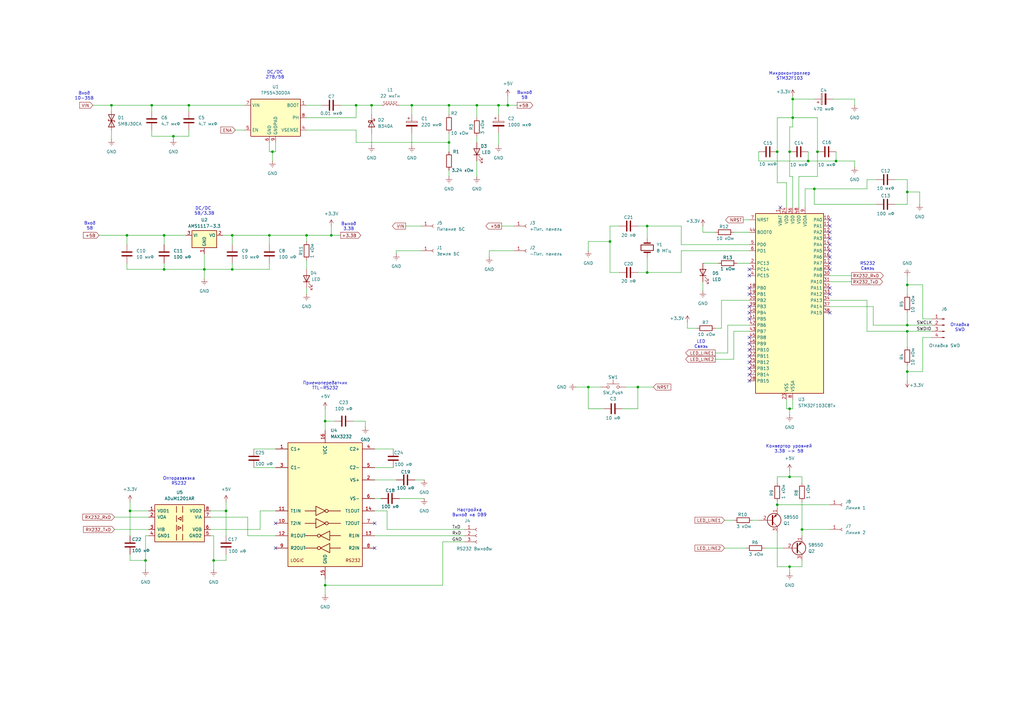
<source format=kicad_sch>
(kicad_sch (version 20231120) (generator "eeschema") (generator_version "8.0")
  (paper "A3")
  (junction (at 372.11 78.74))
  (junction (at 133.35 172.72))
  (junction (at 372.11 133.35))
  (junction (at 95.25 110.49))
  (junction (at 95.25 96.52))
  (junction (at 372.11 116.84))
  (junction (at 59.69 229.87))
  (junction (at 323.85 232.41))
  (junction (at 110.49 96.52))
  (junction (at 45.72 43.18))
  (junction (at 342.9 66.04))
  (junction (at 152.4 43.18))
  (junction (at 372.11 135.89))
  (junction (at 146.05 43.18))
  (junction (at 318.77 62.23))
  (junction (at 323.85 195.58))
  (junction (at 52.07 96.52))
  (junction (at 265.43 111.76))
  (junction (at 323.85 167.64))
  (junction (at 328.93 217.17))
  (junction (at 87.63 229.87))
  (junction (at 111.76 62.23))
  (junction (at 168.91 43.18))
  (junction (at 62.23 43.18))
  (junction (at 208.28 43.18))
  (junction (at 323.85 62.23))
  (junction (at 67.31 110.49))
  (junction (at 184.15 43.18))
  (junction (at 92.71 209.55))
  (junction (at 67.31 96.52))
  (junction (at 372.11 152.4))
  (junction (at 195.58 43.18))
  (junction (at 261.62 158.75))
  (junction (at 325.12 40.64))
  (junction (at 318.77 207.01))
  (junction (at 135.89 96.52))
  (junction (at 53.34 209.55))
  (junction (at 334.01 77.47))
  (junction (at 250.19 99.06))
  (junction (at 71.12 55.88))
  (junction (at 204.47 43.18))
  (junction (at 331.47 66.04))
  (junction (at 77.47 43.18))
  (junction (at 184.15 58.42))
  (junction (at 325.12 48.26))
  (junction (at 125.73 96.52))
  (junction (at 133.35 240.03))
  (junction (at 241.3 158.75))
  (junction (at 83.82 110.49))
  (junction (at 335.28 62.23))
  (junction (at 265.43 92.71))
  (no_connect (at 307.34 128.27))
  (no_connect (at 113.03 214.63))
  (no_connect (at 307.34 143.51))
  (no_connect (at 307.34 130.81))
  (no_connect (at 307.34 110.49))
  (no_connect (at 307.34 156.21))
  (no_connect (at 340.36 107.95))
  (no_connect (at 307.34 118.11))
  (no_connect (at 307.34 140.97))
  (no_connect (at 340.36 102.87))
  (no_connect (at 307.34 125.73))
  (no_connect (at 307.34 153.67))
  (no_connect (at 307.34 120.65))
  (no_connect (at 307.34 146.05))
  (no_connect (at 307.34 148.59))
  (no_connect (at 340.36 128.27))
  (no_connect (at 340.36 100.33))
  (no_connect (at 340.36 120.65))
  (no_connect (at 153.67 224.79))
  (no_connect (at 320.04 85.09))
  (no_connect (at 340.36 105.41))
  (no_connect (at 340.36 92.71))
  (no_connect (at 307.34 113.03))
  (no_connect (at 340.36 95.25))
  (no_connect (at 153.67 214.63))
  (no_connect (at 340.36 118.11))
  (no_connect (at 307.34 138.43))
  (no_connect (at 340.36 90.17))
  (no_connect (at 113.03 224.79))
  (no_connect (at 307.34 151.13))
  (no_connect (at 340.36 110.49))
  (no_connect (at 340.36 97.79))
  (wire (pts (xy 146.05 58.42) (xy 184.15 58.42)))
  (wire (pts (xy 325.12 39.37) (xy 325.12 40.64)))
  (wire (pts (xy 355.6 135.89) (xy 372.11 135.89)))
  (wire (pts (xy 52.07 110.49) (xy 67.31 110.49)))
  (wire (pts (xy 335.28 48.26) (xy 335.28 62.23)))
  (wire (pts (xy 95.25 110.49) (xy 83.82 110.49)))
  (wire (pts (xy 135.89 96.52) (xy 139.7 96.52)))
  (wire (pts (xy 149.86 172.72) (xy 149.86 175.26)))
  (wire (pts (xy 184.15 54.61) (xy 184.15 58.42)))
  (wire (pts (xy 170.18 196.85) (xy 173.99 196.85)))
  (wire (pts (xy 59.69 229.87) (xy 59.69 233.68)))
  (wire (pts (xy 330.2 77.47) (xy 334.01 77.47)))
  (wire (pts (xy 146.05 43.18) (xy 152.4 43.18)))
  (wire (pts (xy 328.93 217.17) (xy 340.36 217.17)))
  (wire (pts (xy 113.03 58.42) (xy 113.03 62.23)))
  (wire (pts (xy 67.31 110.49) (xy 83.82 110.49)))
  (wire (pts (xy 106.68 217.17) (xy 106.68 209.55)))
  (wire (pts (xy 111.76 62.23) (xy 111.76 66.04)))
  (wire (pts (xy 152.4 43.18) (xy 156.21 43.18)))
  (wire (pts (xy 71.12 55.88) (xy 77.47 55.88)))
  (wire (pts (xy 163.83 43.18) (xy 168.91 43.18)))
  (wire (pts (xy 168.91 43.18) (xy 184.15 43.18)))
  (wire (pts (xy 92.71 227.33) (xy 92.71 229.87)))
  (wire (pts (xy 288.29 95.25) (xy 288.29 92.71)))
  (wire (pts (xy 195.58 66.04) (xy 195.58 72.39)))
  (wire (pts (xy 135.89 92.71) (xy 135.89 96.52)))
  (wire (pts (xy 288.29 107.95) (xy 294.64 107.95)))
  (wire (pts (xy 318.77 198.12) (xy 318.77 195.58)))
  (wire (pts (xy 86.36 209.55) (xy 92.71 209.55)))
  (wire (pts (xy 246.38 158.75) (xy 241.3 158.75)))
  (wire (pts (xy 340.36 123.19) (xy 355.6 123.19)))
  (wire (pts (xy 77.47 43.18) (xy 77.47 45.72)))
  (wire (pts (xy 311.15 62.23) (xy 311.15 66.04)))
  (wire (pts (xy 325.12 40.64) (xy 334.01 40.64)))
  (wire (pts (xy 152.4 54.61) (xy 152.4 59.69)))
  (wire (pts (xy 46.99 212.09) (xy 60.96 212.09)))
  (wire (pts (xy 358.14 133.35) (xy 372.11 133.35)))
  (wire (pts (xy 372.11 73.66) (xy 372.11 78.74)))
  (wire (pts (xy 378.46 152.4) (xy 372.11 152.4)))
  (wire (pts (xy 241.3 99.06) (xy 250.19 99.06)))
  (wire (pts (xy 372.11 78.74) (xy 377.19 78.74)))
  (wire (pts (xy 307.34 95.25) (xy 300.99 95.25)))
  (wire (pts (xy 195.58 55.88) (xy 195.58 58.42)))
  (wire (pts (xy 318.77 207.01) (xy 340.36 207.01)))
  (wire (pts (xy 133.35 167.64) (xy 133.35 172.72)))
  (wire (pts (xy 62.23 55.88) (xy 71.12 55.88)))
  (wire (pts (xy 265.43 111.76) (xy 265.43 105.41)))
  (wire (pts (xy 86.36 219.71) (xy 87.63 219.71)))
  (wire (pts (xy 45.72 43.18) (xy 45.72 45.72)))
  (wire (pts (xy 307.34 100.33) (xy 279.4 100.33)))
  (wire (pts (xy 166.37 92.71) (xy 172.72 92.71)))
  (wire (pts (xy 355.6 73.66) (xy 355.6 77.47)))
  (wire (pts (xy 298.45 133.35) (xy 298.45 144.78)))
  (wire (pts (xy 331.47 66.04) (xy 342.9 66.04)))
  (wire (pts (xy 101.6 212.09) (xy 86.36 212.09)))
  (wire (pts (xy 279.4 102.87) (xy 279.4 111.76)))
  (wire (pts (xy 110.49 96.52) (xy 125.73 96.52)))
  (wire (pts (xy 318.77 195.58) (xy 323.85 195.58)))
  (wire (pts (xy 158.75 217.17) (xy 190.5 217.17)))
  (wire (pts (xy 372.11 152.4) (xy 372.11 156.21)))
  (wire (pts (xy 325.12 48.26) (xy 335.28 48.26)))
  (wire (pts (xy 367.03 73.66) (xy 372.11 73.66)))
  (wire (pts (xy 38.1 43.18) (xy 45.72 43.18)))
  (wire (pts (xy 152.4 43.18) (xy 152.4 46.99)))
  (wire (pts (xy 323.85 195.58) (xy 328.93 195.58)))
  (wire (pts (xy 340.36 113.03) (xy 349.25 113.03)))
  (wire (pts (xy 308.61 213.36) (xy 311.15 213.36)))
  (wire (pts (xy 318.77 218.44) (xy 318.77 232.41)))
  (wire (pts (xy 92.71 209.55) (xy 92.71 205.74)))
  (wire (pts (xy 372.11 133.35) (xy 382.27 133.35)))
  (wire (pts (xy 297.18 224.79) (xy 306.07 224.79)))
  (wire (pts (xy 168.91 54.61) (xy 168.91 59.69)))
  (wire (pts (xy 59.69 219.71) (xy 59.69 229.87)))
  (wire (pts (xy 325.12 167.64) (xy 323.85 167.64)))
  (wire (pts (xy 295.91 123.19) (xy 295.91 134.62)))
  (wire (pts (xy 323.85 232.41) (xy 328.93 232.41)))
  (wire (pts (xy 172.72 102.87) (xy 162.56 102.87)))
  (wire (pts (xy 342.9 62.23) (xy 342.9 66.04)))
  (wire (pts (xy 304.8 90.17) (xy 307.34 90.17)))
  (wire (pts (xy 204.47 43.18) (xy 204.47 46.99)))
  (wire (pts (xy 53.34 227.33) (xy 53.34 229.87)))
  (wire (pts (xy 110.49 58.42) (xy 110.49 62.23)))
  (wire (pts (xy 372.11 149.86) (xy 372.11 152.4)))
  (wire (pts (xy 372.11 78.74) (xy 372.11 83.82)))
  (wire (pts (xy 372.11 116.84) (xy 372.11 120.65)))
  (wire (pts (xy 261.62 158.75) (xy 267.97 158.75)))
  (wire (pts (xy 300.99 147.32) (xy 293.37 147.32)))
  (wire (pts (xy 250.19 92.71) (xy 254 92.71)))
  (wire (pts (xy 318.77 207.01) (xy 318.77 208.28)))
  (wire (pts (xy 261.62 111.76) (xy 265.43 111.76)))
  (wire (pts (xy 133.35 240.03) (xy 133.35 243.84)))
  (wire (pts (xy 87.63 219.71) (xy 87.63 229.87)))
  (wire (pts (xy 325.12 48.26) (xy 318.77 48.26)))
  (wire (pts (xy 279.4 100.33) (xy 279.4 92.71)))
  (wire (pts (xy 331.47 62.23) (xy 331.47 66.04)))
  (wire (pts (xy 328.93 195.58) (xy 328.93 198.12)))
  (wire (pts (xy 77.47 55.88) (xy 77.47 53.34)))
  (wire (pts (xy 52.07 96.52) (xy 67.31 96.52)))
  (wire (pts (xy 153.67 196.85) (xy 162.56 196.85)))
  (wire (pts (xy 195.58 43.18) (xy 195.58 48.26)))
  (wire (pts (xy 67.31 96.52) (xy 67.31 100.33)))
  (wire (pts (xy 297.18 213.36) (xy 300.99 213.36)))
  (wire (pts (xy 313.69 224.79) (xy 321.31 224.79)))
  (wire (pts (xy 325.12 85.09) (xy 325.12 72.39)))
  (wire (pts (xy 86.36 217.17) (xy 106.68 217.17)))
  (wire (pts (xy 318.77 74.93) (xy 318.77 62.23)))
  (wire (pts (xy 358.14 125.73) (xy 358.14 133.35)))
  (wire (pts (xy 204.47 43.18) (xy 208.28 43.18)))
  (wire (pts (xy 322.58 74.93) (xy 318.77 74.93)))
  (wire (pts (xy 377.19 83.82) (xy 377.19 78.74)))
  (wire (pts (xy 125.73 43.18) (xy 132.08 43.18)))
  (wire (pts (xy 46.99 217.17) (xy 60.96 217.17)))
  (wire (pts (xy 328.93 205.74) (xy 328.93 217.17)))
  (wire (pts (xy 139.7 43.18) (xy 146.05 43.18)))
  (wire (pts (xy 307.34 133.35) (xy 298.45 133.35)))
  (wire (pts (xy 293.37 144.78) (xy 298.45 144.78)))
  (wire (pts (xy 241.3 102.87) (xy 241.3 99.06)))
  (wire (pts (xy 241.3 158.75) (xy 241.3 167.64)))
  (wire (pts (xy 146.05 43.18) (xy 146.05 48.26)))
  (wire (pts (xy 256.54 158.75) (xy 261.62 158.75)))
  (wire (pts (xy 149.86 172.72) (xy 144.78 172.72)))
  (wire (pts (xy 153.67 204.47) (xy 156.21 204.47)))
  (wire (pts (xy 71.12 55.88) (xy 71.12 57.15)))
  (wire (pts (xy 372.11 135.89) (xy 382.27 135.89)))
  (wire (pts (xy 158.75 209.55) (xy 153.67 209.55)))
  (wire (pts (xy 254 111.76) (xy 250.19 111.76)))
  (wire (pts (xy 195.58 43.18) (xy 204.47 43.18)))
  (wire (pts (xy 168.91 43.18) (xy 168.91 46.99)))
  (wire (pts (xy 318.77 48.26) (xy 318.77 62.23)))
  (wire (pts (xy 307.34 102.87) (xy 279.4 102.87)))
  (wire (pts (xy 153.67 219.71) (xy 190.5 219.71)))
  (wire (pts (xy 295.91 134.62) (xy 293.37 134.62)))
  (wire (pts (xy 83.82 104.14) (xy 83.82 110.49)))
  (wire (pts (xy 184.15 69.85) (xy 184.15 72.39)))
  (wire (pts (xy 162.56 102.87) (xy 162.56 104.14)))
  (wire (pts (xy 318.77 205.74) (xy 318.77 207.01)))
  (wire (pts (xy 125.73 96.52) (xy 125.73 99.06)))
  (wire (pts (xy 311.15 66.04) (xy 331.47 66.04)))
  (wire (pts (xy 325.12 163.83) (xy 325.12 167.64)))
  (wire (pts (xy 359.41 73.66) (xy 355.6 73.66)))
  (wire (pts (xy 45.72 53.34) (xy 45.72 57.15)))
  (wire (pts (xy 261.62 158.75) (xy 261.62 167.64)))
  (wire (pts (xy 325.12 48.26) (xy 325.12 52.07)))
  (wire (pts (xy 327.66 72.39) (xy 335.28 72.39)))
  (wire (pts (xy 95.25 96.52) (xy 95.25 100.33)))
  (wire (pts (xy 323.85 193.04) (xy 323.85 195.58)))
  (wire (pts (xy 87.63 229.87) (xy 87.63 233.68)))
  (wire (pts (xy 378.46 138.43) (xy 378.46 152.4)))
  (wire (pts (xy 265.43 92.71) (xy 265.43 97.79)))
  (wire (pts (xy 110.49 110.49) (xy 95.25 110.49)))
  (wire (pts (xy 279.4 111.76) (xy 265.43 111.76)))
  (wire (pts (xy 359.41 83.82) (xy 334.01 83.82)))
  (wire (pts (xy 340.36 125.73) (xy 358.14 125.73)))
  (wire (pts (xy 53.34 209.55) (xy 53.34 219.71)))
  (wire (pts (xy 91.44 96.52) (xy 95.25 96.52)))
  (wire (pts (xy 378.46 130.81) (xy 378.46 116.84)))
  (wire (pts (xy 285.75 134.62) (xy 281.94 134.62)))
  (wire (pts (xy 372.11 113.03) (xy 372.11 116.84)))
  (wire (pts (xy 92.71 229.87) (xy 87.63 229.87)))
  (wire (pts (xy 173.99 204.47) (xy 163.83 204.47)))
  (wire (pts (xy 77.47 43.18) (xy 100.33 43.18)))
  (wire (pts (xy 334.01 83.82) (xy 334.01 77.47)))
  (wire (pts (xy 307.34 135.89) (xy 300.99 135.89)))
  (wire (pts (xy 104.14 184.15) (xy 113.03 184.15)))
  (wire (pts (xy 153.67 184.15) (xy 161.29 184.15)))
  (wire (pts (xy 153.67 191.77) (xy 161.29 191.77)))
  (wire (pts (xy 125.73 53.34) (xy 146.05 53.34)))
  (wire (pts (xy 372.11 135.89) (xy 372.11 142.24)))
  (wire (pts (xy 158.75 217.17) (xy 158.75 209.55)))
  (wire (pts (xy 92.71 209.55) (xy 92.71 219.71)))
  (wire (pts (xy 96.52 53.34) (xy 100.33 53.34)))
  (wire (pts (xy 355.6 77.47) (xy 334.01 77.47)))
  (wire (pts (xy 113.03 62.23) (xy 111.76 62.23)))
  (wire (pts (xy 67.31 107.95) (xy 67.31 110.49)))
  (wire (pts (xy 53.34 229.87) (xy 59.69 229.87)))
  (wire (pts (xy 261.62 167.64) (xy 255.27 167.64)))
  (wire (pts (xy 52.07 96.52) (xy 52.07 100.33)))
  (wire (pts (xy 250.19 111.76) (xy 250.19 99.06)))
  (wire (pts (xy 62.23 43.18) (xy 62.23 45.72)))
  (wire (pts (xy 62.23 43.18) (xy 77.47 43.18)))
  (wire (pts (xy 279.4 92.71) (xy 265.43 92.71)))
  (wire (pts (xy 200.66 102.87) (xy 200.66 105.41)))
  (wire (pts (xy 322.58 85.09) (xy 322.58 74.93)))
  (wire (pts (xy 125.73 106.68) (xy 125.73 110.49)))
  (wire (pts (xy 355.6 123.19) (xy 355.6 135.89)))
  (wire (pts (xy 307.34 123.19) (xy 295.91 123.19)))
  (wire (pts (xy 184.15 43.18) (xy 195.58 43.18)))
  (wire (pts (xy 210.82 102.87) (xy 200.66 102.87)))
  (wire (pts (xy 335.28 72.39) (xy 335.28 62.23)))
  (wire (pts (xy 372.11 83.82) (xy 367.03 83.82)))
  (wire (pts (xy 133.35 240.03) (xy 181.61 240.03)))
  (wire (pts (xy 53.34 209.55) (xy 53.34 205.74)))
  (wire (pts (xy 133.35 172.72) (xy 133.35 176.53)))
  (wire (pts (xy 250.19 99.06) (xy 250.19 92.71)))
  (wire (pts (xy 325.12 40.64) (xy 325.12 48.26)))
  (wire (pts (xy 205.74 92.71) (xy 210.82 92.71)))
  (wire (pts (xy 146.05 53.34) (xy 146.05 58.42)))
  (wire (pts (xy 323.85 167.64) (xy 323.85 170.18)))
  (wire (pts (xy 288.29 115.57) (xy 288.29 119.38)))
  (wire (pts (xy 340.36 115.57) (xy 349.25 115.57)))
  (wire (pts (xy 62.23 53.34) (xy 62.23 55.88)))
  (wire (pts (xy 318.77 232.41) (xy 323.85 232.41)))
  (wire (pts (xy 323.85 232.41) (xy 323.85 234.95)))
  (wire (pts (xy 184.15 58.42) (xy 184.15 62.23)))
  (wire (pts (xy 181.61 222.25) (xy 190.5 222.25)))
  (wire (pts (xy 322.58 167.64) (xy 323.85 167.64)))
  (wire (pts (xy 341.63 40.64) (xy 350.52 40.64)))
  (wire (pts (xy 325.12 72.39) (xy 323.85 72.39)))
  (wire (pts (xy 382.27 130.81) (xy 378.46 130.81)))
  (wire (pts (xy 323.85 52.07) (xy 323.85 62.23)))
  (wire (pts (xy 281.94 134.62) (xy 281.94 132.08)))
  (wire (pts (xy 52.07 107.95) (xy 52.07 110.49)))
  (wire (pts (xy 328.93 217.17) (xy 328.93 219.71)))
  (wire (pts (xy 133.35 172.72) (xy 137.16 172.72)))
  (wire (pts (xy 300.99 135.89) (xy 300.99 147.32)))
  (wire (pts (xy 125.73 96.52) (xy 135.89 96.52)))
  (wire (pts (xy 372.11 128.27) (xy 372.11 133.35)))
  (wire (pts (xy 110.49 107.95) (xy 110.49 110.49)))
  (wire (pts (xy 113.03 219.71) (xy 101.6 219.71)))
  (wire (pts (xy 382.27 138.43) (xy 378.46 138.43)))
  (wire (pts (xy 184.15 43.18) (xy 184.15 46.99)))
  (wire (pts (xy 40.64 96.52) (xy 52.07 96.52)))
  (wire (pts (xy 330.2 85.09) (xy 330.2 77.47)))
  (wire (pts (xy 101.6 219.71) (xy 101.6 212.09)))
  (wire (pts (xy 342.9 66.04) (xy 350.52 66.04)))
  (wire (pts (xy 95.25 96.52) (xy 110.49 96.52)))
  (wire (pts (xy 328.93 232.41) (xy 328.93 229.87)))
  (wire (pts (xy 83.82 110.49) (xy 83.82 114.3)))
  (wire (pts (xy 350.52 40.64) (xy 350.52 43.18)))
  (wire (pts (xy 322.58 163.83) (xy 322.58 167.64)))
  (wire (pts (xy 95.25 107.95) (xy 95.25 110.49)))
  (wire (pts (xy 111.76 62.23) (xy 110.49 62.23)))
  (wire (pts (xy 181.61 240.03) (xy 181.61 222.25)))
  (wire (pts (xy 125.73 48.26) (xy 146.05 48.26)))
  (wire (pts (xy 110.49 96.52) (xy 110.49 100.33)))
  (wire (pts (xy 236.22 158.75) (xy 241.3 158.75)))
  (wire (pts (xy 372.11 116.84) (xy 378.46 116.84)))
  (wire (pts (xy 60.96 209.55) (xy 53.34 209.55)))
  (wire (pts (xy 67.31 96.52) (xy 76.2 96.52)))
  (wire (pts (xy 241.3 167.64) (xy 247.65 167.64)))
  (wire (pts (xy 327.66 85.09) (xy 327.66 72.39)))
  (wire (pts (xy 106.68 209.55) (xy 113.03 209.55)))
  (wire (pts (xy 60.96 219.71) (xy 59.69 219.71)))
  (wire (pts (xy 45.72 43.18) (xy 62.23 43.18)))
  (wire (pts (xy 302.26 107.95) (xy 307.34 107.95)))
  (wire (pts (xy 133.35 237.49) (xy 133.35 240.03)))
  (wire (pts (xy 125.73 118.11) (xy 125.73 120.65)))
  (wire (pts (xy 204.47 54.61) (xy 204.47 59.69)))
  (wire (pts (xy 350.52 66.04) (xy 350.52 68.58)))
  (wire (pts (xy 104.14 191.77) (xy 113.03 191.77)))
  (wire (pts (xy 261.62 92.71) (xy 265.43 92.71)))
  (wire (pts (xy 323.85 72.39) (xy 323.85 62.23)))
  (wire (pts (xy 325.12 52.07) (xy 323.85 52.07)))
  (wire (pts (xy 208.28 39.37) (xy 208.28 43.18)))
  (wire (pts (xy 208.28 43.18) (xy 212.09 43.18)))
  (wire (pts (xy 288.29 95.25) (xy 293.37 95.25)))
  (text "Вход\n5В" (at 36.83 92.71 0) (effects (font (size 1.27 1.27))))
  (text "Отладка\nSWD" (at 393.7 134.366 0) (effects (font (size 1.27 1.27))))
  (text "Вход\n10-35В" (at 34.544 39.37 0) (effects (font (size 1.27 1.27))))
  (text "Выход\n5В" (at 215.138 39.116 0) (effects (font (size 1.27 1.27))))
  (text "Микроконтроллер\nSTM32F103" (at 323.85 31.242 0) (effects (font (size 1.27 1.27))))
  (text "Опторазвязка\nRS232" (at 73.406 197.358 0) (effects (font (size 1.27 1.27))))
  (text "Выход\n3.3В" (at 143.002 92.964 0) (effects (font (size 1.27 1.27))))
  (text "Конвертор уровней\n3.3В -> 5В" (at 323.596 184.15 0) (effects (font (size 1.27 1.27))))
  (text "DC/DC \n5В/3.3В" (at 83.82 86.614 0) (effects (font (size 1.27 1.27))))
  (text "DC/DC\n27В/5В" (at 112.776 30.734 0) (effects (font (size 1.27 1.27))))
  (text "LED\nСвязь" (at 287.528 141.224 0) (effects (font (size 1.27 1.27))))
  (text "Настройка\nВыход на DB9\n" (at 192.532 210.312 0) (effects (font (size 1.27 1.27))))
  (text "RS232\nСвязь" (at 355.854 109.22 0) (effects (font (size 1.27 1.27))))
  (text "Приемопередатчик\nTTL-RS232" (at 133.35 158.242 0) (effects (font (size 1.27 1.27))))
  (label "RxD" (at 185.42 219.71 0))
  (label "GND" (at 185.42 222.25 0))
  (label "SWDIO" (at 375.92 135.89 0))
  (label "TxD" (at 185.42 217.17 0))
  (label "SWCLK" (at 375.92 133.35 0))
  (global_label "ENA" (shape input) (at 96.52 53.34 180) (property "Intersheetrefs" "${INTERSHEET_REFS}" (effects (hide yes))))
  (global_label "RX232_TxD" (shape output) (at 349.25 115.57 0) (property "Intersheetrefs" "${INTERSHEET_REFS}" (effects (hide yes))))
  (global_label "RX232_RxD" (shape output) (at 349.25 113.03 0) (property "Intersheetrefs" "${INTERSHEET_REFS}" (effects (hide yes))))
  (global_label "LED_LINE1" (shape input) (at 297.18 213.36 180) (property "Intersheetrefs" "${INTERSHEET_REFS}" (effects (hide yes))))
  (global_label "+5В" (shape input) (at 40.64 96.52 180) (property "Intersheetrefs" "${INTERSHEET_REFS}" (effects (hide yes))))
  (global_label "NRST" (shape input) (at 267.97 158.75 0) (property "Intersheetrefs" "${INTERSHEET_REFS}" (effects (hide yes))))
  (global_label "RX232_RxD" (shape input) (at 46.99 212.09 180) (property "Intersheetrefs" "${INTERSHEET_REFS}" (effects (hide yes))))
  (global_label "+5В" (shape output) (at 212.09 43.18 0) (property "Intersheetrefs" "${INTERSHEET_REFS}" (effects (hide yes))))
  (global_label "VIN" (shape input) (at 38.1 43.18 180) (property "Intersheetrefs" "${INTERSHEET_REFS}" (effects (hide yes))))
  (global_label "LED_LINE2" (shape input) (at 297.18 224.79 180) (property "Intersheetrefs" "${INTERSHEET_REFS}" (effects (hide yes))))
  (global_label "LED_LINE2" (shape output) (at 293.37 147.32 180) (property "Intersheetrefs" "${INTERSHEET_REFS}" (effects (hide yes))))
  (global_label "VIN" (shape output) (at 166.37 92.71 180) (property "Intersheetrefs" "${INTERSHEET_REFS}" (effects (hide yes))))
  (global_label "RX232_TxD" (shape input) (at 46.99 217.17 180) (property "Intersheetrefs" "${INTERSHEET_REFS}" (effects (hide yes))))
  (global_label "+5В" (shape output) (at 205.74 92.71 180) (property "Intersheetrefs" "${INTERSHEET_REFS}" (effects (hide yes))))
  (global_label "LED_LINE1" (shape output) (at 293.37 144.78 180) (property "Intersheetrefs" "${INTERSHEET_REFS}" (effects (hide yes))))
  (global_label "+3.3В" (shape output) (at 139.7 96.52 0) (property "Intersheetrefs" "${INTERSHEET_REFS}" (effects (hide yes))))
  (global_label "NRST" (shape output) (at 304.8 90.17 180) (property "Intersheetrefs" "${INTERSHEET_REFS}" (effects (hide yes))))
  (symbol (lib_id "Device:C_Polarized") (at 168.91 50.8 0) (unit 1)
    (property "Reference" "C1" (at 172.72 48.6409 0) (effects (justify left)))
    (property "Value" "220 мкФ" (at 172.72 51.1809 0) (effects (justify left)))
    (property "Footprint" "Capacitor_SMD:C_0603_1608Metric" (effects (hide yes)))
    (property "Description" "Polarized capacitor" (effects (hide yes)))
  )
  (symbol (lib_id "power:GNDREF") (at 323.85 234.95 0) (unit 1)
    (property "Reference" "#PWR033" (effects (hide yes)))
    (property "Value" "GND" (at 323.85 240.03 0))
    (property "Description" "Power symbol creates a global label with name \"GNDREF\" , reference supply ground" (effects (hide yes)))
  )
  (symbol (lib_id "power:GNDREF") (at 168.91 59.69 0) (unit 1)
    (property "Reference" "#PWR08" (effects (hide yes)))
    (property "Value" "GND" (at 168.91 64.77 0))
    (property "Description" "Power symbol creates a global label with name \"GNDREF\" , reference supply ground" (effects (hide yes)))
  )
  (symbol (lib_id "Device:R") (at 289.56 134.62 90) (unit 1)
    (property "Reference" "R7" (at 289.306 132.334 90))
    (property "Value" "10 кОм" (at 289.814 137.16 90))
    (property "Footprint" "Resistor_SMD:R_0603_1608Metric" (effects (hide yes)))
    (property "Description" "Resistor" (effects (hide yes)))
  )
  (symbol (lib_id "Device:C") (at 339.09 62.23 90) (unit 1)
    (property "Reference" "C16" (at 339.09 58.42 90))
    (property "Value" "10 мкФ" (at 339.09 67.564 90))
    (property "Footprint" "Capacitor_SMD:C_0603_1608Metric" (effects (hide yes)))
    (property "Description" "Unpolarized capacitor" (effects (hide yes)))
  )
  (symbol (lib_id "Isolator:ADuM1201AR") (at 73.66 214.63 0) (unit 1)
    (property "Reference" "U5" (at 73.66 201.93 0))
    (property "Value" "ADuM1201AR" (at 73.66 204.47 0))
    (property "Footprint" "Package_SO:SOIC-8_3.9x4.9mm_P1.27mm" (effects (hide yes)))
    (property "Datasheet" "https://www.analog.com/media/en/technical-documentation/data-sheets/ADuM1200_1201.pdf" (effects (hide yes)))
    (property "Description" "Dual-channel digital isolator, bidirectional communication, 3V/5V level translation, SOIC-8" (effects (hide yes)))
  )
  (symbol (lib_id "Device:C_Polarized") (at 204.47 50.8 0) (unit 1)
    (property "Reference" "C2" (at 208.28 48.6409 0) (effects (justify left)))
    (property "Value" "1000 мкФ" (at 208.28 51.1809 0) (effects (justify left)))
    (property "Footprint" "Capacitor_SMD:CP_Elec_10x10.5" (effects (hide yes)))
    (property "Description" "Polarized capacitor" (effects (hide yes)))
  )
  (symbol (lib_id "power:GNDREF") (at 350.52 43.18 0) (unit 1)
    (property "Reference" "#PWR02" (effects (hide yes)))
    (property "Value" "GND" (at 350.52 48.26 0))
    (property "Description" "Power symbol creates a global label with name \"GNDREF\" , reference supply ground" (effects (hide yes)))
  )
  (symbol (lib_id "power:GNDREF") (at 162.56 104.14 0) (unit 1)
    (property "Reference" "#PWR034" (effects (hide yes)))
    (property "Value" "GND" (at 162.56 109.22 0))
    (property "Description" "Power symbol creates a global label with name \"GNDREF\" , reference supply ground" (effects (hide yes)))
  )
  (symbol (lib_id "Device:C") (at 257.81 111.76 90) (unit 1)
    (property "Reference" "C20" (at 257.81 108.204 90))
    (property "Value" "20 пФ" (at 257.81 115.316 90))
    (property "Footprint" "Capacitor_SMD:C_0603_1608Metric" (effects (hide yes)))
    (property "Description" "Unpolarized capacitor" (effects (hide yes)))
  )
  (symbol (lib_id "Device:R") (at 195.58 52.07 180) (unit 1)
    (property "Reference" "R3" (at 193.294 52.07 90))
    (property "Value" "3 кОм" (at 197.866 52.07 90))
    (property "Footprint" "Resistor_SMD:R_0603_1608Metric" (effects (hide yes)))
    (property "Description" "Resistor" (effects (hide yes)))
  )
  (symbol (lib_id "Device:C") (at 257.81 92.71 90) (unit 1)
    (property "Reference" "C21" (at 257.81 89.154 90))
    (property "Value" "20 пФ" (at 257.81 96.52 90))
    (property "Footprint" "Capacitor_SMD:C_0603_1608Metric" (effects (hide yes)))
    (property "Description" "Unpolarized capacitor" (effects (hide yes)))
  )
  (symbol (lib_id "power:+3.3V") (at 325.12 39.37 0) (unit 1)
    (property "Reference" "#PWR01" (effects (hide yes)))
    (property "Value" "+3.3V" (at 321.31 37.592 0))
    (property "Description" "Power symbol creates a global label with name \"+3.3V\"" (effects (hide yes)))
  )
  (symbol (lib_id "power:GNDREF") (at 173.99 204.47 0) (unit 1)
    (property "Reference" "#PWR027" (effects (hide yes)))
    (property "Value" "GND" (at 173.99 209.55 0))
    (property "Description" "Power symbol creates a global label with name \"GNDREF\" , reference supply ground" (effects (hide yes)))
  )
  (symbol (lib_id "power:GNDREF") (at 111.76 66.04 0) (unit 1)
    (property "Reference" "#PWR011" (effects (hide yes)))
    (property "Value" "GND" (at 111.76 71.12 0))
    (property "Description" "Power symbol creates a global label with name \"GNDREF\" , reference supply ground" (effects (hide yes)))
  )
  (symbol (lib_id "Device:R") (at 125.73 102.87 180) (unit 1)
    (property "Reference" "R11" (at 123.444 102.87 90))
    (property "Value" "1 кОм" (at 128.016 102.87 90))
    (property "Footprint" "Resistor_SMD:R_0603_1608Metric" (effects (hide yes)))
    (property "Description" "Resistor" (effects (hide yes)))
  )
  (symbol (lib_id "power:GNDREF") (at 200.66 105.41 0) (unit 1)
    (property "Reference" "#PWR035" (effects (hide yes)))
    (property "Value" "GND" (at 200.66 110.49 0))
    (property "Description" "Power symbol creates a global label with name \"GNDREF\" , reference supply ground" (effects (hide yes)))
  )
  (symbol (lib_id "Connector:Conn_01x04_Pin") (at 387.35 133.35 0) (mirror y) (unit 1)
    (property "Reference" "J6" (at 386.08 126.746 0) (effects (justify right)))
    (property "Value" "Отладка SWD" (at 381 141.732 0) (effects (justify right)))
    (property "Footprint" "Connector_PinHeader_2.54mm:PinHeader_1x04_P2.54mm_Vertical" (effects (hide yes)))
    (property "Description" "Generic connector, single row, 01x04, script generated" (effects (hide yes)))
  )
  (symbol (lib_id "Device:L_Ferrite") (at 160.02 43.18 90) (unit 1)
    (property "Reference" "L1" (at 160.02 36.83 90))
    (property "Value" "22 мкГн" (at 160.02 39.37 90))
    (property "Footprint" "Inductor_SMD:L_Bourns_SRR1260" (effects (hide yes)))
    (property "Description" "Inductor with ferrite core" (effects (hide yes)))
  )
  (symbol (lib_id "Transistor_BJT:S8550") (at 326.39 224.79 0) (mirror x) (unit 1)
    (property "Reference" "Q2" (at 331.47 226.0601 0) (effects (justify left)))
    (property "Value" "S8550" (at 331.47 223.5201 0) (effects (justify left)))
    (property "Footprint" "Package_TO_SOT_SMD:SOT-23" (effects (hide yes)))
    (property "Datasheet" "http://www.unisonic.com.tw/datasheet/S8550.pdf" (effects (hide yes)))
    (property "Description" "0.7A Ic, 20V Vce, Low Voltage High Current PNP Transistor, TO-92" (effects (hide yes)))
  )
  (symbol (lib_id "power:GNDREF") (at 372.11 113.03 180) (unit 1)
    (property "Reference" "#PWR039" (effects (hide yes)))
    (property "Value" "GND" (at 372.11 107.95 0))
    (property "Description" "Power symbol creates a global label with name \"GNDREF\" , reference supply ground" (effects (hide yes)))
  )
  (symbol (lib_id "Device:R") (at 309.88 224.79 90) (unit 1)
    (property "Reference" "R6" (at 309.626 222.504 90))
    (property "Value" "3 кОм" (at 310.134 227.33 90))
    (property "Footprint" "Resistor_SMD:R_0603_1608Metric" (effects (hide yes)))
    (property "Description" "Resistor" (effects (hide yes)))
  )
  (symbol (lib_id "power:GNDREF") (at 133.35 243.84 0) (unit 1)
    (property "Reference" "#PWR032" (effects (hide yes)))
    (property "Value" "GND" (at 133.35 248.92 0))
    (property "Description" "Power symbol creates a global label with name \"GNDREF\" , reference supply ground" (effects (hide yes)))
  )
  (symbol (lib_id "Device:C") (at 363.22 73.66 90) (unit 1)
    (property "Reference" "C12" (at 363.22 70.104 90))
    (property "Value" "10 мкФ" (at 363.22 77.216 90))
    (property "Footprint" "Capacitor_SMD:C_0603_1608Metric" (effects (hide yes)))
    (property "Description" "Unpolarized capacitor" (effects (hide yes)))
  )
  (symbol (lib_id "power:+3.3V") (at 288.29 92.71 0) (unit 1)
    (property "Reference" "#PWR012" (effects (hide yes)))
    (property "Value" "+3.3V" (at 284.226 90.678 0))
    (property "Description" "Power symbol creates a global label with name \"+3.3V\"" (effects (hide yes)))
  )
  (symbol (lib_id "power:GNDREF") (at 59.69 233.68 0) (unit 1)
    (property "Reference" "#PWR030" (effects (hide yes)))
    (property "Value" "GND" (at 59.69 238.76 0))
    (property "Description" "Power symbol creates a global label with name \"GNDREF\" , reference supply ground" (effects (hide yes)))
  )
  (symbol (lib_id "Connector:Conn_01x01_Socket") (at 177.8 92.71 0) (unit 1)
    (property "Reference" "J5" (at 179.07 91.4399 0) (effects (justify left)))
    (property "Value" "Питание БС" (at 179.07 93.9799 0) (effects (justify left)))
    (property "Footprint" "Connector_Wire:SolderWire-2.5sqmm_1x01_D2.4mm_OD4.4mm" (effects (hide yes)))
    (property "Description" "Generic connector, single row, 01x01, script generated" (effects (hide yes)))
  )
  (symbol (lib_id "power:GNDREF") (at 241.3 102.87 0) (unit 1)
    (property "Reference" "#PWR016" (effects (hide yes)))
    (property "Value" "GND" (at 241.3 107.95 0))
    (property "Description" "Power symbol creates a global label with name \"GNDREF\" , reference supply ground" (effects (hide yes)))
  )
  (symbol (lib_id "power:GNDREF") (at 152.4 59.69 0) (unit 1)
    (property "Reference" "#PWR07" (effects (hide yes)))
    (property "Value" "GND" (at 152.4 64.77 0))
    (property "Description" "Power symbol creates a global label with name \"GNDREF\" , reference supply ground" (effects (hide yes)))
  )
  (symbol (lib_id "Device:LED") (at 195.58 62.23 90) (unit 1)
    (property "Reference" "D3" (at 197.104 59.944 90) (effects (justify right)))
    (property "Value" "LED" (at 197.612 62.484 90) (effects (justify right)))
    (property "Footprint" "LED_SMD:LED_0603_1608Metric" (effects (hide yes)))
    (property "Description" "Light emitting diode" (effects (hide yes)))
  )
  (symbol (lib_id "Connector:Conn_01x03_Socket") (at 195.58 219.71 0) (unit 1)
    (property "Reference" "J4" (at 190.5 213.614 0) (effects (justify left)))
    (property "Value" "RS232 Выходы" (at 187.198 225.044 0) (effects (justify left)))
    (property "Footprint" "Connector_Wire:SolderWire-1sqmm_1x03_P7.8mm_D1.4mm_OD3.9mm" (effects (hide yes)))
    (property "Description" "Generic connector, single row, 01x03, script generated" (effects (hide yes)))
  )
  (symbol (lib_id "power:GNDREF") (at 195.58 72.39 0) (unit 1)
    (property "Reference" "#PWR036" (effects (hide yes)))
    (property "Value" "GND" (at 195.58 77.47 0))
    (property "Description" "Power symbol creates a global label with name \"GNDREF\" , reference supply ground" (effects (hide yes)))
  )
  (symbol (lib_id "Interface_UART:MAX3232") (at 133.35 207.01 0) (unit 1)
    (property "Reference" "U4" (at 135.5441 176.53 0) (effects (justify left)))
    (property "Value" "MAX3232" (at 135.5441 179.07 0) (effects (justify left)))
    (property "Footprint" "Package_SO:TSSOP-16_4.4x5mm_P0.65mm" (effects (hide yes)))
    (property "Datasheet" "https://datasheets.maximintegrated.com/en/ds/MAX3222-MAX3241.pdf" (effects (hide yes)))
    (property "Description" "3.0V to 5.5V, Low-Power, up to 1Mbps, True RS-232 Transceivers Using Four 0.1μF External Capacitors" (effects (hide yes)))
  )
  (symbol (lib_id "power:+5V") (at 208.28 39.37 0) (unit 1)
    (property "Reference" "#PWR03" (effects (hide yes)))
    (property "Value" "+5V" (at 208.28 34.29 0))
    (property "Description" "Power symbol creates a global label with name \"+5V\"" (effects (hide yes)))
  )
  (symbol (lib_id "power:GNDREF") (at 323.85 170.18 0) (unit 1)
    (property "Reference" "#PWR023" (effects (hide yes)))
    (property "Value" "GND" (at 323.85 175.26 0))
    (property "Description" "Power symbol creates a global label with name \"GNDREF\" , reference supply ground" (effects (hide yes)))
  )
  (symbol (lib_id "Device:R") (at 298.45 107.95 90) (unit 1)
    (property "Reference" "R13" (at 298.45 105.664 90))
    (property "Value" "1 кОм" (at 298.45 110.236 90))
    (property "Footprint" "Resistor_SMD:R_0603_1608Metric" (effects (hide yes)))
    (property "Description" "Resistor" (effects (hide yes)))
  )
  (symbol (lib_id "power:GNDREF") (at 204.47 59.69 0) (unit 1)
    (property "Reference" "#PWR09" (effects (hide yes)))
    (property "Value" "GND" (at 204.47 64.77 0))
    (property "Description" "Power symbol creates a global label with name \"GNDREF\" , reference supply ground" (effects (hide yes)))
  )
  (symbol (lib_id "power:GNDREF") (at 288.29 119.38 0) (unit 1)
    (property "Reference" "#PWR018" (effects (hide yes)))
    (property "Value" "GND" (at 288.29 124.46 0))
    (property "Description" "Power symbol creates a global label with name \"GNDREF\" , reference supply ground" (effects (hide yes)))
  )
  (symbol (lib_id "power:GNDREF") (at 71.12 57.15 0) (unit 1)
    (property "Reference" "#PWR06" (effects (hide yes)))
    (property "Value" "GND" (at 71.12 62.23 0))
    (property "Description" "Power symbol creates a global label with name \"GNDREF\" , reference supply ground" (effects (hide yes)))
  )
  (symbol (lib_id "Device:C") (at 327.66 62.23 270) (unit 1)
    (property "Reference" "C14" (at 327.66 58.674 90))
    (property "Value" "10 мкФ" (at 327.66 67.564 90))
    (property "Footprint" "Capacitor_SMD:C_0603_1608Metric" (effects (hide yes)))
    (property "Description" "Unpolarized capacitor" (effects (hide yes)))
  )
  (symbol (lib_id "Device:C") (at 62.23 49.53 0) (unit 1)
    (property "Reference" "C6" (at 66.04 48.2599 0) (effects (justify left)))
    (property "Value" "4.7 мкФ" (at 66.04 50.7999 0) (effects (justify left)))
    (property "Footprint" "Capacitor_SMD:C_0603_1608Metric" (effects (hide yes)))
    (property "Description" "Unpolarized capacitor" (effects (hide yes)))
  )
  (symbol (lib_id "Transistor_BJT:S8550") (at 316.23 213.36 0) (mirror x) (unit 1)
    (property "Reference" "Q1" (at 321.31 214.6301 0) (effects (justify left)))
    (property "Value" "S8550" (at 321.31 212.0901 0) (effects (justify left)))
    (property "Footprint" "Package_TO_SOT_SMD:SOT-23" (effects (hide yes)))
    (property "Datasheet" "http://www.unisonic.com.tw/datasheet/S8550.pdf" (effects (hide yes)))
    (property "Description" "0.7A Ic, 20V Vce, Low Voltage High Current PNP Transistor, TO-92" (effects (hide yes)))
  )
  (symbol (lib_id "Device:C") (at 67.31 104.14 0) (unit 1)
    (property "Reference" "C11" (at 71.12 102.8699 0) (effects (justify left)))
    (property "Value" "100 нФ" (at 71.12 105.4099 0) (effects (justify left)))
    (property "Footprint" "Capacitor_SMD:C_0603_1608Metric" (effects (hide yes)))
    (property "Description" "Unpolarized capacitor" (effects (hide yes)))
  )
  (symbol (lib_id "Device:C") (at 161.29 187.96 0) (unit 1)
    (property "Reference" "C24" (at 161.544 185.674 0) (effects (justify left)))
    (property "Value" "100 нФ" (at 161.798 190.5 0) (effects (justify left)))
    (property "Footprint" "Capacitor_SMD:C_0603_1608Metric" (effects (hide yes)))
    (property "Description" "Unpolarized capacitor" (effects (hide yes)))
  )
  (symbol (lib_id "Device:LED") (at 125.73 114.3 90) (unit 1)
    (property "Reference" "D4" (at 127.254 112.014 90) (effects (justify right)))
    (property "Value" "LED" (at 127.762 114.554 90) (effects (justify right)))
    (property "Footprint" "LED_SMD:LED_0603_1608Metric" (effects (hide yes)))
    (property "Description" "Light emitting diode" (effects (hide yes)))
  )
  (symbol (lib_id "MCU_ST_STM32F1:STM32F103C8Tx") (at 322.58 125.73 0) (unit 1)
    (property "Reference" "U3" (at 327.3141 163.83 0) (effects (justify left)))
    (property "Value" "STM32F103C8Tx" (at 327.3141 166.37 0) (effects (justify left)))
    (property "Footprint" "Package_QFP:LQFP-48_7x7mm_P0.5mm" (effects (hide yes)))
    (property "Datasheet" "https://www.st.com/resource/en/datasheet/stm32f103c8.pdf" (effects (hide yes)))
    (property "Description" "STMicroelectronics Arm Cortex-M3 MCU, 64KB flash, 20KB RAM, 72 MHz, 2.0-3.6V, 37 GPIO, LQFP48" (effects (hide yes)))
  )
  (symbol (lib_id "power:GNDREF") (at 236.22 158.75 270) (unit 1)
    (property "Reference" "#PWR040" (effects (hide yes)))
    (property "Value" "GND" (at 232.41 158.7499 90) (effects (justify right)))
    (property "Description" "Power symbol creates a global label with name \"GNDREF\" , reference supply ground" (effects (hide yes)))
  )
  (symbol (lib_id "Regulator_Switching:TPS5430DDA") (at 113.03 48.26 0) (unit 1)
    (property "Reference" "U1" (at 113.03 35.56 0))
    (property "Value" "TPS5430DDA" (at 113.03 38.1 0))
    (property "Footprint" "Package_SO:TI_SO-PowerPAD-8_ThermalVias" (effects (hide yes)))
    (property "Datasheet" "http://www.ti.com/lit/ds/symlink/tps5430.pdf" (effects (hide yes)))
    (property "Description" "3A, Step Down Swift Converter, Adjustable Output Voltage, 5.5-36V Input Voltage, PowerSO-8" (effects (hide yes)))
  )
  (symbol (lib_id "power:GNDREF") (at 125.73 120.65 0) (unit 1)
    (property "Reference" "#PWR037" (effects (hide yes)))
    (property "Value" "GND" (at 125.73 125.73 0))
    (property "Description" "Power symbol creates a global label with name \"GNDREF\" , reference supply ground" (effects (hide yes)))
  )
  (symbol (lib_id "Connector:Conn_01x01_Socket") (at 345.44 217.17 0) (unit 1)
    (property "Reference" "J7" (at 346.71 215.8999 0) (effects (justify left)))
    (property "Value" "Линия 2" (at 346.71 218.4399 0) (effects (justify left)))
    (property "Footprint" "Connector_Wire:SolderWire-2.5sqmm_1x01_D2.4mm_OD4.4mm" (effects (hide yes)))
    (property "Description" "Generic connector, single row, 01x01, script generated" (effects (hide yes)))
  )
  (symbol (lib_id "Device:C") (at 314.96 62.23 90) (unit 1)
    (property "Reference" "C15" (at 314.96 58.674 90))
    (property "Value" "10 мкФ" (at 314.96 67.31 90))
    (property "Footprint" "Capacitor_SMD:C_0603_1608Metric" (effects (hide yes)))
    (property "Description" "Unpolarized capacitor" (effects (hide yes)))
  )
  (symbol (lib_id "Device:R") (at 304.8 213.36 90) (unit 1)
    (property "Reference" "R10" (at 304.546 211.074 90))
    (property "Value" "3 кОм" (at 305.054 215.9 90))
    (property "Footprint" "Resistor_SMD:R_0603_1608Metric" (effects (hide yes)))
    (property "Description" "Resistor" (effects (hide yes)))
  )
  (symbol (lib_id "Device:R") (at 328.93 201.93 180) (unit 1)
    (property "Reference" "R8" (at 326.644 202.184 90))
    (property "Value" "1 кОм" (at 331.47 201.676 90))
    (property "Footprint" "Resistor_SMD:R_0603_1608Metric" (effects (hide yes)))
    (property "Description" "Resistor" (effects (hide yes)))
  )
  (symbol (lib_id "power:+5V") (at 92.71 205.74 0) (unit 1)
    (property "Reference" "#PWR029" (effects (hide yes)))
    (property "Value" "+5V" (at 92.71 200.66 0))
    (property "Description" "Power symbol creates a global label with name \"+5V\"" (effects (hide yes)))
  )
  (symbol (lib_id "Connector:Conn_01x01_Socket") (at 345.44 207.01 0) (unit 1)
    (property "Reference" "J8" (at 346.71 205.7399 0) (effects (justify left)))
    (property "Value" "Линия 1" (at 346.71 208.2799 0) (effects (justify left)))
    (property "Footprint" "Connector_Wire:SolderWire-2.5sqmm_1x01_D2.4mm_OD4.4mm" (effects (hide yes)))
    (property "Description" "Generic connector, single row, 01x01, script generated" (effects (hide yes)))
  )
  (symbol (lib_id "power:+3.3V") (at 135.89 92.71 0) (unit 1)
    (property "Reference" "#PWR017" (effects (hide yes)))
    (property "Value" "+3.3V" (at 135.89 87.63 0))
    (property "Description" "Power symbol creates a global label with name \"+3.3V\"" (effects (hide yes)))
  )
  (symbol (lib_id "Regulator_Linear:AMS1117-3.3") (at 83.82 96.52 0) (unit 1)
    (property "Reference" "U2" (at 83.82 90.17 0))
    (property "Value" "AMS1117-3.3" (at 83.82 92.71 0))
    (property "Footprint" "Package_TO_SOT_SMD:SOT-223-3_TabPin2" (effects (hide yes)))
    (property "Datasheet" "http://www.advanced-monolithic.com/pdf/ds1117.pdf" (effects (hide yes)))
    (property "Description" "1A Low Dropout regulator, positive, 3.3V fixed output, SOT-223" (effects (hide yes)))
  )
  (symbol (lib_id "Device:C") (at 135.89 43.18 90) (unit 1)
    (property "Reference" "C7" (at 135.89 39.624 90))
    (property "Value" "0.01 мкФ" (at 135.89 46.482 90))
    (property "Footprint" "Capacitor_SMD:C_0603_1608Metric" (effects (hide yes)))
    (property "Description" "Unpolarized capacitor" (effects (hide yes)))
  )
  (symbol (lib_id "power:GNDREF") (at 87.63 233.68 0) (unit 1)
    (property "Reference" "#PWR031" (effects (hide yes)))
    (property "Value" "GND" (at 87.63 238.76 0))
    (property "Description" "Power symbol creates a global label with name \"GNDREF\" , reference supply ground" (effects (hide yes)))
  )
  (symbol (lib_id "Device:R") (at 372.11 146.05 180) (unit 1)
    (property "Reference" "R4" (at 369.824 146.304 90))
    (property "Value" "10 кОм" (at 374.396 146.304 90))
    (property "Footprint" "Resistor_SMD:R_0603_1608Metric" (effects (hide yes)))
    (property "Description" "Resistor" (effects (hide yes)))
  )
  (symbol (lib_id "Device:R") (at 297.18 95.25 90) (unit 1)
    (property "Reference" "R12" (at 296.926 92.964 90))
    (property "Value" "10 кОм" (at 297.434 97.79 90))
    (property "Footprint" "Resistor_SMD:R_0603_1608Metric" (effects (hide yes)))
    (property "Description" "Resistor" (effects (hide yes)))
  )
  (symbol (lib_id "Device:R") (at 184.15 66.04 0) (unit 1)
    (property "Reference" "R1" (at 185.674 62.23 0) (effects (justify left)))
    (property "Value" "3.24 кОм" (at 185.166 69.85 0) (effects (justify left)))
    (property "Footprint" "Resistor_SMD:R_0603_1608Metric" (effects (hide yes)))
    (property "Description" "Resistor" (effects (hide yes)))
  )
  (symbol (lib_id "Device:D_TVS") (at 45.72 49.53 90) (unit 1)
    (property "Reference" "D1" (at 48.26 48.2599 90) (effects (justify right)))
    (property "Value" "SMBJ30CA" (at 48.26 50.7999 90) (effects (justify right)))
    (property "Footprint" "Diode_SMD:D_SMB" (effects (hide yes)))
    (property "Description" "Bidirectional transient-voltage-suppression diode" (effects (hide yes)))
  )
  (symbol (lib_id "Device:C") (at 251.46 167.64 90) (unit 1)
    (property "Reference" "C3" (at 251.46 163.576 90))
    (property "Value" "10 нФ" (at 251.46 171.45 90))
    (property "Footprint" "Capacitor_SMD:C_0603_1608Metric" (effects (hide yes)))
    (property "Description" "Unpolarized capacitor" (effects (hide yes)))
  )
  (symbol (lib_id "Device:LED") (at 288.29 111.76 90) (unit 1)
    (property "Reference" "D5" (at 292.1 112.0774 90) (effects (justify right)))
    (property "Value" "LED" (at 292.1 114.6174 90) (effects (justify right)))
    (property "Footprint" "LED_SMD:LED_0603_1608Metric" (effects (hide yes)))
    (property "Description" "Light emitting diode" (effects (hide yes)))
  )
  (symbol (lib_id "Diode:B340") (at 152.4 50.8 270) (unit 1)
    (property "Reference" "D2" (at 154.94 49.2124 90) (effects (justify left)))
    (property "Value" "B340A" (at 154.94 51.7524 90) (effects (justify left)))
    (property "Footprint" "Diode_SMD:D_SMC" (effects (hide yes)))
    (property "Datasheet" "http://www.jameco.com/Jameco/Products/ProdDS/1538777.pdf" (effects (hide yes)))
    (property "Description" "40V 3A Schottky Barrier Rectifier Diode, SMC" (effects (hide yes)))
  )
  (symbol (lib_id "Device:Crystal") (at 265.43 101.6 270) (unit 1)
    (property "Reference" "Y1" (at 269.24 100.3299 90) (effects (justify left)))
    (property "Value" "8 МГц" (at 269.24 102.8699 90) (effects (justify left)))
    (property "Footprint" "Crystal:Crystal_SMD_HC49-SD" (effects (hide yes)))
    (property "Description" "Two pin crystal" (effects (hide yes)))
  )
  (symbol (lib_id "power:GNDREF") (at 149.86 175.26 0) (unit 1)
    (property "Reference" "#PWR024" (effects (hide yes)))
    (property "Value" "GND" (at 149.86 180.34 0))
    (property "Description" "Power symbol creates a global label with name \"GNDREF\" , reference supply ground" (effects (hide yes)))
  )
  (symbol (lib_id "Device:R") (at 318.77 201.93 180) (unit 1)
    (property "Reference" "R9" (at 316.484 202.184 90))
    (property "Value" "1 кОм" (at 321.31 201.676 90))
    (property "Footprint" "Resistor_SMD:R_0603_1608Metric" (effects (hide yes)))
    (property "Description" "Resistor" (effects (hide yes)))
  )
  (symbol (lib_id "Device:C") (at 140.97 172.72 90) (unit 1)
    (property "Reference" "C23" (at 140.97 165.1 90))
    (property "Value" "100 нФ" (at 140.97 167.64 90))
    (property "Footprint" "Capacitor_SMD:C_0603_1608Metric" (effects (hide yes)))
    (property "Description" "Unpolarized capacitor" (effects (hide yes)))
  )
  (symbol (lib_id "Device:C") (at 77.47 49.53 0) (unit 1)
    (property "Reference" "C5" (at 81.28 48.2599 0) (effects (justify left)))
    (property "Value" "4.7 мкФ" (at 81.28 50.7999 0) (effects (justify left)))
    (property "Footprint" "Capacitor_SMD:C_0603_1608Metric" (effects (hide yes)))
    (property "Description" "Unpolarized capacitor" (effects (hide yes)))
  )
  (symbol (lib_id "power:+5V") (at 133.35 167.64 0) (unit 1)
    (property "Reference" "#PWR022" (effects (hide yes)))
    (property "Value" "+5V" (at 133.35 162.56 0))
    (property "Description" "Power symbol creates a global label with name \"+5V\"" (effects (hide yes)))
  )
  (symbol (lib_id "power:GNDREF") (at 45.72 57.15 0) (unit 1)
    (property "Reference" "#PWR05" (effects (hide yes)))
    (property "Value" "GND" (at 45.72 62.23 0))
    (property "Description" "Power symbol creates a global label with name \"GNDREF\" , reference supply ground" (effects (hide yes)))
  )
  (symbol (lib_id "power:+3.3V") (at 372.11 156.21 180) (unit 1)
    (property "Reference" "#PWR038" (effects (hide yes)))
    (property "Value" "+3.3V" (at 375.92 157.988 0))
    (property "Description" "Power symbol creates a global label with name \"+3.3V\"" (effects (hide yes)))
  )
  (symbol (lib_id "Device:C") (at 363.22 83.82 90) (unit 1)
    (property "Reference" "C13" (at 363.22 80.264 90))
    (property "Value" "100 нФ" (at 363.22 87.63 90))
    (property "Footprint" "Capacitor_SMD:C_0603_1608Metric" (effects (hide yes)))
    (property "Description" "Unpolarized capacitor" (effects (hide yes)))
  )
  (symbol (lib_id "Device:R") (at 184.15 50.8 0) (unit 1)
    (property "Reference" "R2" (at 184.912 46.482 0) (effects (justify left)))
    (property "Value" "10 кОм" (at 184.912 54.61 0) (effects (justify left)))
    (property "Footprint" "Resistor_SMD:R_0603_1608Metric" (effects (hide yes)))
    (property "Description" "Resistor" (effects (hide yes)))
  )
  (symbol (lib_id "power:GNDREF") (at 184.15 72.39 0) (unit 1)
    (property "Reference" "#PWR015" (effects (hide yes)))
    (property "Value" "GND" (at 184.15 77.47 0))
    (property "Description" "Power symbol creates a global label with name \"GNDREF\" , reference supply ground" (effects (hide yes)))
  )
  (symbol (lib_id "Switch:SW_Push") (at 251.46 158.75 0) (unit 1)
    (property "Reference" "SW1" (at 251.46 154.686 0))
    (property "Value" "SW_Push" (at 251.46 161.036 0))
    (property "Footprint" "Button_Switch_SMD:SW_SPST_CK_RS282G05A3" (effects (hide yes)))
    (property "Description" "Push button switch, generic, two pins" (effects (hide yes)))
  )
  (symbol (lib_id "power:GNDREF") (at 350.52 68.58 0) (unit 1)
    (property "Reference" "#PWR04" (effects (hide yes)))
    (property "Value" "GND" (at 350.52 73.66 0))
    (property "Description" "Power symbol creates a global label with name \"GNDREF\" , reference supply ground" (effects (hide yes)))
  )
  (symbol (lib_id "power:+5V") (at 323.85 193.04 0) (unit 1)
    (property "Reference" "#PWR025" (effects (hide yes)))
    (property "Value" "+5V" (at 323.85 187.96 0))
    (property "Description" "Power symbol creates a global label with name \"+5V\"" (effects (hide yes)))
  )
  (symbol (lib_id "Connector:Conn_01x01_Socket") (at 177.8 102.87 0) (unit 1)
    (property "Reference" "J1" (at 179.07 101.5999 0) (effects (justify left)))
    (property "Value" "Земля БС" (at 179.07 104.1399 0) (effects (justify left)))
    (property "Footprint" "Connector_Wire:SolderWire-2.5sqmm_1x01_D2.4mm_OD4.4mm" (effects (hide yes)))
    (property "Description" "Generic connector, single row, 01x01, script generated" (effects (hide yes)))
  )
  (symbol (lib_id "Device:C") (at 166.37 196.85 90) (unit 1)
    (property "Reference" "C19" (at 166.37 193.548 90))
    (property "Value" "100 нФ" (at 166.37 200.152 90))
    (property "Footprint" "Capacitor_SMD:C_0603_1608Metric" (effects (hide yes)))
    (property "Description" "Unpolarized capacitor" (effects (hide yes)))
  )
  (symbol (lib_id "Device:C") (at 104.14 187.96 0) (unit 1)
    (property "Reference" "C25" (at 104.648 185.674 0) (effects (justify left)))
    (property "Value" "100 нФ" (at 104.648 190.246 0) (effects (justify left)))
    (property "Footprint" "Capacitor_SMD:C_0603_1608Metric" (effects (hide yes)))
    (property "Description" "Unpolarized capacitor" (effects (hide yes)))
  )
  (symbol (lib_id "Connector:Conn_01x01_Socket") (at 215.9 102.87 0) (unit 1)
    (property "Reference" "J2" (at 217.17 101.5999 0) (effects (justify left)))
    (property "Value" "-Пит. панель" (at 217.17 104.1399 0) (effects (justify left)))
    (property "Footprint" "Connector_Wire:SolderWire-2.5sqmm_1x01_D2.4mm_OD4.4mm" (effects (hide yes)))
    (property "Description" "Generic connector, single row, 01x01, script generated" (effects (hide yes)))
  )
  (symbol (lib_id "Device:C") (at 52.07 104.14 0) (unit 1)
    (property "Reference" "C10" (at 55.88 102.8699 0) (effects (justify left)))
    (property "Value" "10 мкФ" (at 55.88 105.4099 0) (effects (justify left)))
    (property "Footprint" "Capacitor_SMD:C_0603_1608Metric" (effects (hide yes)))
    (property "Description" "Unpolarized capacitor" (effects (hide yes)))
  )
  (symbol (lib_id "Connector:Conn_01x01_Socket") (at 215.9 92.71 0) (unit 1)
    (property "Reference" "J3" (at 217.17 91.4399 0) (effects (justify left)))
    (property "Value" "+Пит. панель" (at 217.17 93.9799 0) (effects (justify left)))
    (property "Footprint" "Connector_Wire:SolderWire-2.5sqmm_1x01_D2.4mm_OD4.4mm" (effects (hide yes)))
    (property "Description" "Generic connector, single row, 01x01, script generated" (effects (hide yes)))
  )
  (symbol (lib_id "power:GNDREF") (at 83.82 114.3 0) (unit 1)
    (property "Reference" "#PWR020" (effects (hide yes)))
    (property "Value" "GND" (at 83.82 119.38 0))
    (property "Description" "Power symbol creates a global label with name \"GNDREF\" , reference supply ground" (effects (hide yes)))
  )
  (symbol (lib_id "power:GNDREF") (at 173.99 196.85 0) (unit 1)
    (property "Reference" "#PWR026" (effects (hide yes)))
    (property "Value" "GND" (at 173.99 201.93 0))
    (property "Description" "Power symbol creates a global label with name \"GNDREF\" , reference supply ground" (effects (hide yes)))
  )
  (symbol (lib_id "power:+3.3V") (at 53.34 205.74 0) (unit 1)
    (property "Reference" "#PWR028" (effects (hide yes)))
    (property "Value" "+3.3V" (at 53.34 200.66 0))
    (property "Description" "Power symbol creates a global label with name \"+3.3V\"" (effects (hide yes)))
  )
  (symbol (lib_id "Device:C") (at 160.02 204.47 90) (unit 1)
    (property "Reference" "C18" (at 160.02 201.168 90))
    (property "Value" "100 нФ" (at 160.02 207.772 90))
    (property "Footprint" "Capacitor_SMD:C_0603_1608Metric" (effects (hide yes)))
    (property "Description" "Unpolarized capacitor" (effects (hide yes)))
  )
  (symbol (lib_id "Device:C") (at 110.49 104.14 0) (unit 1)
    (property "Reference" "C8" (at 114.3 102.8699 0) (effects (justify left)))
    (property "Value" "100 нФ" (at 114.3 105.4099 0) (effects (justify left)))
    (property "Footprint" "Capacitor_SMD:C_0603_1608Metric" (effects (hide yes)))
    (property "Description" "Unpolarized capacitor" (effects (hide yes)))
  )
  (symbol (lib_id "Device:C") (at 92.71 223.52 0) (unit 1)
    (property "Reference" "C17" (at 93.472 221.234 0) (effects (justify left)))
    (property "Value" "100 нФ" (at 93.726 226.06 0) (effects (justify left)))
    (property "Footprint" "Capacitor_SMD:C_0603_1608Metric" (effects (hide yes)))
    (property "Description" "Unpolarized capacitor" (effects (hide yes)))
  )
  (symbol (lib_id "power:+3.3V") (at 281.94 132.08 0) (unit 1)
    (property "Reference" "#PWR019" (effects (hide yes)))
    (property "Value" "+3.3V" (at 277.622 130.556 0))
    (property "Description" "Power symbol creates a global label with name \"+3.3V\"" (effects (hide yes)))
  )
  (symbol (lib_id "Device:C_Polarized") (at 337.82 40.64 90) (unit 1)
    (property "Reference" "C4" (at 337.82 37.084 90))
    (property "Value" "470 мкФ" (at 337.82 44.704 90))
    (property "Footprint" "Capacitor_SMD:CP_Elec_10x10.5" (effects (hide yes)))
    (property "Description" "Polarized capacitor" (effects (hide yes)))
  )
  (symbol (lib_id "Device:R") (at 372.11 124.46 180) (unit 1)
    (property "Reference" "R5" (at 369.824 124.714 90))
    (property "Value" "10 кОм" (at 374.396 124.714 90))
    (property "Footprint" "Resistor_SMD:R_0603_1608Metric" (effects (hide yes)))
    (property "Description" "Resistor" (effects (hide yes)))
  )
  (symbol (lib_id "Device:C") (at 95.25 104.14 0) (unit 1)
    (property "Reference" "C9" (at 99.06 102.8699 0) (effects (justify left)))
    (property "Value" "10 мкФ" (at 99.06 105.4099 0) (effects (justify left)))
    (property "Footprint" "Capacitor_SMD:C_0603_1608Metric" (effects (hide yes)))
    (property "Description" "Unpolarized capacitor" (effects (hide yes)))
  )
  (symbol (lib_id "Device:C") (at 53.34 223.52 180) (unit 1)
    (property "Reference" "C22" (at 54.102 221.234 0) (effects (justify right)))
    (property "Value" "100 нФ" (at 54.102 225.806 0) (effects (justify right)))
    (property "Footprint" "Capacitor_SMD:C_0603_1608Metric" (effects (hide yes)))
    (property "Description" "Unpolarized capacitor" (effects (hide yes)))
  )
  (symbol (lib_id "power:GNDREF") (at 377.19 83.82 0) (unit 1)
    (property "Reference" "#PWR014" (effects (hide yes)))
    (property "Value" "GND" (at 377.19 88.9 0))
    (property "Description" "Power symbol creates a global label with name \"GNDREF\" , reference supply ground" (effects (hide yes)))
  )
)
</source>
